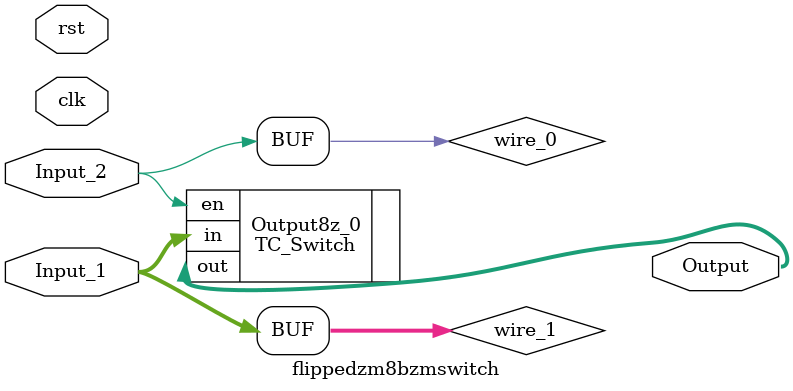
<source format=v>
module flippedzm8bzmswitch (clk, rst, Input_1, Input_2, Output);
  parameter UUID = 0;
  parameter NAME = "";
  input wire clk;
  input wire rst;

  input  wire [7:0] Input_1;
  input  wire [0:0] Input_2;
  output  wire [7:0] Output;

  TC_Switch # (.UUID(64'd1299838339173229892 ^ UUID), .BIT_WIDTH(64'd8)) Output8z_0 (.en(wire_0), .in(wire_1), .out(Output));
  TC_Constant # (.UUID(64'd1488490622442079861 ^ UUID), .BIT_WIDTH(64'd1), .value(1'd0)) Off_1 (.out());

  wire [0:0] wire_0;
  assign wire_0 = Input_2;
  wire [7:0] wire_1;
  assign wire_1 = Input_1;

endmodule

</source>
